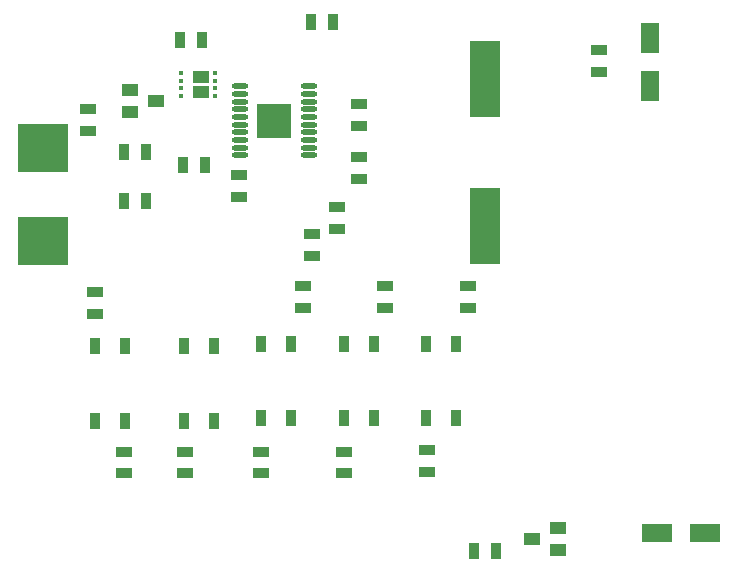
<source format=gbr>
%TF.GenerationSoftware,Altium Limited,Altium Designer,21.3.2 (30)*%
G04 Layer_Color=8421504*
%FSLAX45Y45*%
%MOMM*%
%TF.SameCoordinates,D9DFDB92-F573-4E1A-9105-0BCF1000EC4C*%
%TF.FilePolarity,Positive*%
%TF.FileFunction,Paste,Top*%
%TF.Part,Single*%
G01*
G75*
%TA.AperFunction,SMDPad,CuDef*%
%ADD10R,0.95000X1.40000*%
%ADD11R,4.30000X4.10000*%
%ADD12R,0.90000X1.40000*%
%ADD13R,1.40000X0.95000*%
%ADD14R,1.40000X1.00000*%
%ADD15O,1.40000X0.45000*%
%ADD20R,2.60000X1.60000*%
%ADD21R,1.60000X2.60000*%
%ADD22R,2.50000X6.50000*%
%TA.AperFunction,NonConductor*%
%ADD50R,2.96000X2.96000*%
%ADD51R,0.45000X0.34000*%
%ADD52R,1.44500X1.02000*%
D10*
X4297500Y5070000D02*
D03*
X4482500D02*
D03*
X3187500Y4920000D02*
D03*
X3372500D02*
D03*
X2902500Y3550000D02*
D03*
X2717501D02*
D03*
X3402500Y3860000D02*
D03*
X3217501D02*
D03*
X2902500Y3970000D02*
D03*
X2717501D02*
D03*
X5862500Y590000D02*
D03*
X5677500D02*
D03*
D11*
X2030000Y3215000D02*
D03*
Y4005000D02*
D03*
D12*
X2723000Y1695000D02*
D03*
X2469000D02*
D03*
Y2325000D02*
D03*
X2723000D02*
D03*
X3220000Y2325000D02*
D03*
X3474000D02*
D03*
Y1695000D02*
D03*
X3220000D02*
D03*
X3878000Y2345000D02*
D03*
X4132000D02*
D03*
Y1715000D02*
D03*
X3878000D02*
D03*
X4576999Y2345000D02*
D03*
X4830999D02*
D03*
Y1715000D02*
D03*
X4576999D02*
D03*
X5275999Y2345000D02*
D03*
X5529999D02*
D03*
Y1715000D02*
D03*
X5275999D02*
D03*
D13*
X4310000Y3087500D02*
D03*
Y3272500D02*
D03*
X4520000Y3500000D02*
D03*
Y3315000D02*
D03*
X4710000Y3737500D02*
D03*
Y3922500D02*
D03*
X5630000Y2647500D02*
D03*
Y2832500D02*
D03*
X4930001Y2647500D02*
D03*
Y2832500D02*
D03*
X4230000Y2647500D02*
D03*
Y2832500D02*
D03*
X4710000Y4187500D02*
D03*
Y4372500D02*
D03*
X2470000Y2597500D02*
D03*
Y2782500D02*
D03*
X2410001Y4147500D02*
D03*
Y4332500D02*
D03*
X5280000Y1257500D02*
D03*
Y1442500D02*
D03*
X4580000Y1247500D02*
D03*
Y1432500D02*
D03*
X3880000Y1247500D02*
D03*
Y1432500D02*
D03*
X3230000Y1247500D02*
D03*
Y1432500D02*
D03*
X2720000D02*
D03*
Y1247500D02*
D03*
X3690000Y3772500D02*
D03*
Y3587500D02*
D03*
X6740000Y4832500D02*
D03*
Y4647500D02*
D03*
D14*
X2770001Y4495000D02*
D03*
Y4305000D02*
D03*
X2990001Y4400000D02*
D03*
X6390000Y595000D02*
D03*
Y785000D02*
D03*
X6170000Y690000D02*
D03*
D15*
X3695001Y4525000D02*
D03*
Y4460000D02*
D03*
Y4395000D02*
D03*
Y4330000D02*
D03*
Y4265000D02*
D03*
Y4200000D02*
D03*
Y4135000D02*
D03*
Y4070000D02*
D03*
Y4005000D02*
D03*
Y3940000D02*
D03*
X4285001D02*
D03*
Y4005000D02*
D03*
Y4070000D02*
D03*
Y4135000D02*
D03*
Y4200000D02*
D03*
Y4265000D02*
D03*
Y4330000D02*
D03*
Y4395000D02*
D03*
Y4460000D02*
D03*
Y4525000D02*
D03*
D20*
X7227500Y740000D02*
D03*
X7632500D02*
D03*
D21*
X7170000Y4527500D02*
D03*
Y4932500D02*
D03*
D22*
X5770000Y4590000D02*
D03*
Y3340000D02*
D03*
D50*
X3990001Y4232500D02*
D03*
D51*
X3489101Y4637574D02*
D03*
X3489100Y4572572D02*
D03*
X3489101Y4507578D02*
D03*
X3489101Y4442574D02*
D03*
X3202100Y4441677D02*
D03*
Y4506974D02*
D03*
Y4572277D02*
D03*
X3202101Y4637575D02*
D03*
D52*
X3371850Y4603574D02*
D03*
X3371849Y4476574D02*
D03*
%TF.MD5,ed6c5cba6ee417fb82c1df3e145bc308*%
M02*

</source>
